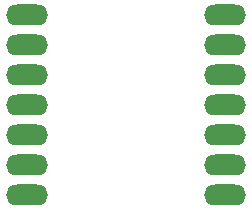
<source format=gbr>
%TF.GenerationSoftware,KiCad,Pcbnew,7.0.10*%
%TF.CreationDate,2024-01-17T15:43:09-08:00*%
%TF.ProjectId,test-1,74657374-2d31-42e6-9b69-6361645f7063,rev?*%
%TF.SameCoordinates,Original*%
%TF.FileFunction,Copper,L1,Top*%
%TF.FilePolarity,Positive*%
%FSLAX46Y46*%
G04 Gerber Fmt 4.6, Leading zero omitted, Abs format (unit mm)*
G04 Created by KiCad (PCBNEW 7.0.10) date 2024-01-17 15:43:09*
%MOMM*%
%LPD*%
G01*
G04 APERTURE LIST*
%TA.AperFunction,ComponentPad*%
%ADD10O,3.556000X1.778000*%
%TD*%
G04 APERTURE END LIST*
D10*
%TO.P,U1,1,GPIO1_A0_D0*%
%TO.N,unconnected-(U1-GPIO1_A0_D0-Pad1)*%
X65278000Y-45720000D03*
%TO.P,U1,2,GPIO2_A1_D1*%
%TO.N,Net-(SW1-B)*%
X65278000Y-48260000D03*
%TO.P,U1,3,GPIO3_A2_D2*%
%TO.N,unconnected-(U1-GPIO3_A2_D2-Pad3)*%
X65278000Y-50800000D03*
%TO.P,U1,4,GPIO4_A3_D3*%
%TO.N,unconnected-(U1-GPIO4_A3_D3-Pad4)*%
X65278000Y-53340000D03*
%TO.P,U1,5,GPIO4_A3_D3_SDA*%
%TO.N,unconnected-(U1-GPIO4_A3_D3_SDA-Pad5)*%
X65278000Y-55880000D03*
%TO.P,U1,6,GPIO6_A5_D5_SCL*%
%TO.N,unconnected-(U1-GPIO6_A5_D5_SCL-Pad6)*%
X65278000Y-58420000D03*
%TO.P,U1,7,GPIO43_TX_D6*%
%TO.N,unconnected-(U1-GPIO43_TX_D6-Pad7)*%
X65278000Y-60960000D03*
%TO.P,U1,8,5V*%
%TO.N,unconnected-(U1-5V-Pad8)*%
X82042000Y-45720000D03*
%TO.P,U1,9,GND*%
%TO.N,GND*%
X82042000Y-48260000D03*
%TO.P,U1,10,3V3*%
%TO.N,unconnected-(U1-3V3-Pad10)*%
X82042000Y-50800000D03*
%TO.P,U1,11,GPIO9_A10_D10_COPI*%
%TO.N,Net-(U1-GPIO9_A10_D10_COPI)*%
X82042000Y-53340000D03*
%TO.P,U1,12,GPIO8_A9_D9_CIPO*%
%TO.N,unconnected-(U1-GPIO8_A9_D9_CIPO-Pad12)*%
X82042000Y-55880000D03*
%TO.P,U1,13,GPIO7_A8_D8_SCK*%
%TO.N,unconnected-(U1-GPIO7_A8_D8_SCK-Pad13)*%
X82042000Y-58420000D03*
%TO.P,U1,14,GPIO44_D7_RX*%
%TO.N,unconnected-(U1-GPIO44_D7_RX-Pad14)*%
X82042000Y-60960000D03*
%TD*%
M02*

</source>
